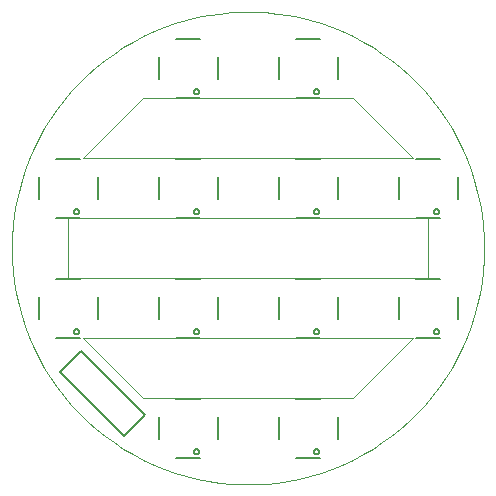
<source format=gto>
G75*
G70*
%OFA0B0*%
%FSLAX24Y24*%
%IPPOS*%
%LPD*%
%AMOC8*
5,1,8,0,0,1.08239X$1,22.5*
%
%ADD10C,0.0000*%
%ADD11C,0.0050*%
%ADD12C,0.0080*%
D10*
X004664Y003164D02*
X002664Y005164D01*
X013664Y005164D01*
X011664Y003164D01*
X004664Y003164D01*
X002164Y007164D02*
X002164Y009164D01*
X014164Y009164D01*
X014164Y007164D01*
X002164Y007164D01*
X002664Y011164D02*
X004664Y013164D01*
X011664Y013164D01*
X013664Y011164D01*
X002664Y011164D01*
X000290Y008164D02*
X000299Y007784D01*
X000327Y007404D01*
X000373Y007026D01*
X000437Y006651D01*
X000519Y006280D01*
X000619Y005912D01*
X000736Y005551D01*
X000871Y005195D01*
X001023Y004846D01*
X001192Y004505D01*
X001377Y004172D01*
X001578Y003849D01*
X001794Y003536D01*
X002025Y003233D01*
X002270Y002943D01*
X002529Y002664D01*
X002802Y002398D01*
X003087Y002146D01*
X003383Y001907D01*
X003691Y001684D01*
X004009Y001475D01*
X004337Y001282D01*
X004674Y001106D01*
X005019Y000945D01*
X005372Y000802D01*
X005731Y000675D01*
X006095Y000567D01*
X006465Y000476D01*
X006838Y000402D01*
X007215Y000347D01*
X007594Y000311D01*
X007974Y000292D01*
X008354Y000292D01*
X008734Y000311D01*
X009113Y000347D01*
X009490Y000402D01*
X009863Y000476D01*
X010233Y000567D01*
X010597Y000675D01*
X010956Y000802D01*
X011309Y000945D01*
X011654Y001106D01*
X011991Y001282D01*
X012319Y001475D01*
X012637Y001684D01*
X012945Y001907D01*
X013241Y002146D01*
X013526Y002398D01*
X013799Y002664D01*
X014058Y002943D01*
X014303Y003233D01*
X014534Y003536D01*
X014750Y003849D01*
X014951Y004172D01*
X015136Y004505D01*
X015305Y004846D01*
X015457Y005195D01*
X015592Y005551D01*
X015709Y005912D01*
X015809Y006280D01*
X015891Y006651D01*
X015955Y007026D01*
X016001Y007404D01*
X016029Y007784D01*
X016038Y008164D01*
X016029Y008544D01*
X016001Y008924D01*
X015955Y009302D01*
X015891Y009677D01*
X015809Y010048D01*
X015709Y010416D01*
X015592Y010777D01*
X015457Y011133D01*
X015305Y011482D01*
X015136Y011823D01*
X014951Y012156D01*
X014750Y012479D01*
X014534Y012792D01*
X014303Y013095D01*
X014058Y013385D01*
X013799Y013664D01*
X013526Y013930D01*
X013241Y014182D01*
X012945Y014421D01*
X012637Y014644D01*
X012319Y014853D01*
X011991Y015046D01*
X011654Y015222D01*
X011309Y015383D01*
X010956Y015526D01*
X010597Y015653D01*
X010233Y015761D01*
X009863Y015852D01*
X009490Y015926D01*
X009113Y015981D01*
X008734Y016017D01*
X008354Y016036D01*
X007974Y016036D01*
X007594Y016017D01*
X007215Y015981D01*
X006838Y015926D01*
X006465Y015852D01*
X006095Y015761D01*
X005731Y015653D01*
X005372Y015526D01*
X005019Y015383D01*
X004674Y015222D01*
X004337Y015046D01*
X004009Y014853D01*
X003691Y014644D01*
X003383Y014421D01*
X003087Y014182D01*
X002802Y013930D01*
X002529Y013664D01*
X002270Y013385D01*
X002025Y013095D01*
X001794Y012792D01*
X001578Y012479D01*
X001377Y012156D01*
X001192Y011823D01*
X001023Y011482D01*
X000871Y011133D01*
X000736Y010777D01*
X000619Y010416D01*
X000519Y010048D01*
X000437Y009677D01*
X000373Y009302D01*
X000327Y008924D01*
X000299Y008544D01*
X000290Y008164D01*
D11*
X001770Y009180D02*
X002557Y009180D01*
X002351Y009376D02*
X002353Y009394D01*
X002359Y009412D01*
X002368Y009428D01*
X002380Y009441D01*
X002395Y009452D01*
X002412Y009460D01*
X002430Y009464D01*
X002448Y009464D01*
X002466Y009460D01*
X002483Y009452D01*
X002498Y009441D01*
X002510Y009428D01*
X002519Y009412D01*
X002525Y009394D01*
X002527Y009376D01*
X002525Y009358D01*
X002519Y009340D01*
X002510Y009324D01*
X002498Y009311D01*
X002483Y009300D01*
X002466Y009292D01*
X002448Y009288D01*
X002430Y009288D01*
X002412Y009292D01*
X002395Y009300D01*
X002380Y009311D01*
X002368Y009324D01*
X002359Y009340D01*
X002353Y009358D01*
X002351Y009376D01*
X003148Y009809D02*
X003148Y010518D01*
X002557Y011148D02*
X001770Y011148D01*
X001180Y010518D02*
X001180Y010388D01*
X001180Y009939D01*
X001180Y009809D01*
X001770Y007148D02*
X002557Y007148D01*
X003148Y006518D02*
X003148Y005809D01*
X002557Y005180D02*
X001770Y005180D01*
X002351Y005376D02*
X002353Y005394D01*
X002359Y005412D01*
X002368Y005428D01*
X002380Y005441D01*
X002395Y005452D01*
X002412Y005460D01*
X002430Y005464D01*
X002448Y005464D01*
X002466Y005460D01*
X002483Y005452D01*
X002498Y005441D01*
X002510Y005428D01*
X002519Y005412D01*
X002525Y005394D01*
X002527Y005376D01*
X002525Y005358D01*
X002519Y005340D01*
X002510Y005324D01*
X002498Y005311D01*
X002483Y005300D01*
X002466Y005292D01*
X002448Y005288D01*
X002430Y005288D01*
X002412Y005292D01*
X002395Y005300D01*
X002380Y005311D01*
X002368Y005324D01*
X002359Y005340D01*
X002353Y005358D01*
X002351Y005376D01*
X001180Y005809D02*
X001180Y005939D01*
X001180Y006388D01*
X001180Y006518D01*
X005180Y006518D02*
X005180Y006388D01*
X005180Y005939D01*
X005180Y005809D01*
X005770Y005180D02*
X006557Y005180D01*
X006351Y005376D02*
X006353Y005394D01*
X006359Y005412D01*
X006368Y005428D01*
X006380Y005441D01*
X006395Y005452D01*
X006412Y005460D01*
X006430Y005464D01*
X006448Y005464D01*
X006466Y005460D01*
X006483Y005452D01*
X006498Y005441D01*
X006510Y005428D01*
X006519Y005412D01*
X006525Y005394D01*
X006527Y005376D01*
X006525Y005358D01*
X006519Y005340D01*
X006510Y005324D01*
X006498Y005311D01*
X006483Y005300D01*
X006466Y005292D01*
X006448Y005288D01*
X006430Y005288D01*
X006412Y005292D01*
X006395Y005300D01*
X006380Y005311D01*
X006368Y005324D01*
X006359Y005340D01*
X006353Y005358D01*
X006351Y005376D01*
X007148Y005809D02*
X007148Y006518D01*
X006557Y007148D02*
X005770Y007148D01*
X005770Y009180D02*
X006557Y009180D01*
X006351Y009376D02*
X006353Y009394D01*
X006359Y009412D01*
X006368Y009428D01*
X006380Y009441D01*
X006395Y009452D01*
X006412Y009460D01*
X006430Y009464D01*
X006448Y009464D01*
X006466Y009460D01*
X006483Y009452D01*
X006498Y009441D01*
X006510Y009428D01*
X006519Y009412D01*
X006525Y009394D01*
X006527Y009376D01*
X006525Y009358D01*
X006519Y009340D01*
X006510Y009324D01*
X006498Y009311D01*
X006483Y009300D01*
X006466Y009292D01*
X006448Y009288D01*
X006430Y009288D01*
X006412Y009292D01*
X006395Y009300D01*
X006380Y009311D01*
X006368Y009324D01*
X006359Y009340D01*
X006353Y009358D01*
X006351Y009376D01*
X007148Y009809D02*
X007148Y010518D01*
X006557Y011148D02*
X005770Y011148D01*
X005180Y010518D02*
X005180Y010388D01*
X005180Y009939D01*
X005180Y009809D01*
X005770Y013180D02*
X006557Y013180D01*
X006351Y013376D02*
X006353Y013394D01*
X006359Y013412D01*
X006368Y013428D01*
X006380Y013441D01*
X006395Y013452D01*
X006412Y013460D01*
X006430Y013464D01*
X006448Y013464D01*
X006466Y013460D01*
X006483Y013452D01*
X006498Y013441D01*
X006510Y013428D01*
X006519Y013412D01*
X006525Y013394D01*
X006527Y013376D01*
X006525Y013358D01*
X006519Y013340D01*
X006510Y013324D01*
X006498Y013311D01*
X006483Y013300D01*
X006466Y013292D01*
X006448Y013288D01*
X006430Y013288D01*
X006412Y013292D01*
X006395Y013300D01*
X006380Y013311D01*
X006368Y013324D01*
X006359Y013340D01*
X006353Y013358D01*
X006351Y013376D01*
X007148Y013809D02*
X007148Y014518D01*
X006557Y015148D02*
X005770Y015148D01*
X005180Y014518D02*
X005180Y014388D01*
X005180Y013939D01*
X005180Y013809D01*
X009180Y013809D02*
X009180Y013939D01*
X009180Y014388D01*
X009180Y014518D01*
X009770Y015148D02*
X010557Y015148D01*
X011148Y014518D02*
X011148Y013809D01*
X010557Y013180D02*
X009770Y013180D01*
X010351Y013376D02*
X010353Y013394D01*
X010359Y013412D01*
X010368Y013428D01*
X010380Y013441D01*
X010395Y013452D01*
X010412Y013460D01*
X010430Y013464D01*
X010448Y013464D01*
X010466Y013460D01*
X010483Y013452D01*
X010498Y013441D01*
X010510Y013428D01*
X010519Y013412D01*
X010525Y013394D01*
X010527Y013376D01*
X010525Y013358D01*
X010519Y013340D01*
X010510Y013324D01*
X010498Y013311D01*
X010483Y013300D01*
X010466Y013292D01*
X010448Y013288D01*
X010430Y013288D01*
X010412Y013292D01*
X010395Y013300D01*
X010380Y013311D01*
X010368Y013324D01*
X010359Y013340D01*
X010353Y013358D01*
X010351Y013376D01*
X010557Y011148D02*
X009770Y011148D01*
X009180Y010518D02*
X009180Y010388D01*
X009180Y009939D01*
X009180Y009809D01*
X009770Y009180D02*
X010557Y009180D01*
X010351Y009376D02*
X010353Y009394D01*
X010359Y009412D01*
X010368Y009428D01*
X010380Y009441D01*
X010395Y009452D01*
X010412Y009460D01*
X010430Y009464D01*
X010448Y009464D01*
X010466Y009460D01*
X010483Y009452D01*
X010498Y009441D01*
X010510Y009428D01*
X010519Y009412D01*
X010525Y009394D01*
X010527Y009376D01*
X010525Y009358D01*
X010519Y009340D01*
X010510Y009324D01*
X010498Y009311D01*
X010483Y009300D01*
X010466Y009292D01*
X010448Y009288D01*
X010430Y009288D01*
X010412Y009292D01*
X010395Y009300D01*
X010380Y009311D01*
X010368Y009324D01*
X010359Y009340D01*
X010353Y009358D01*
X010351Y009376D01*
X011148Y009809D02*
X011148Y010518D01*
X013180Y010518D02*
X013180Y010388D01*
X013180Y009939D01*
X013180Y009809D01*
X013770Y009180D02*
X014557Y009180D01*
X014351Y009376D02*
X014353Y009394D01*
X014359Y009412D01*
X014368Y009428D01*
X014380Y009441D01*
X014395Y009452D01*
X014412Y009460D01*
X014430Y009464D01*
X014448Y009464D01*
X014466Y009460D01*
X014483Y009452D01*
X014498Y009441D01*
X014510Y009428D01*
X014519Y009412D01*
X014525Y009394D01*
X014527Y009376D01*
X014525Y009358D01*
X014519Y009340D01*
X014510Y009324D01*
X014498Y009311D01*
X014483Y009300D01*
X014466Y009292D01*
X014448Y009288D01*
X014430Y009288D01*
X014412Y009292D01*
X014395Y009300D01*
X014380Y009311D01*
X014368Y009324D01*
X014359Y009340D01*
X014353Y009358D01*
X014351Y009376D01*
X015148Y009809D02*
X015148Y010518D01*
X014557Y011148D02*
X013770Y011148D01*
X013770Y007148D02*
X014557Y007148D01*
X015148Y006518D02*
X015148Y005809D01*
X014351Y005376D02*
X014353Y005394D01*
X014359Y005412D01*
X014368Y005428D01*
X014380Y005441D01*
X014395Y005452D01*
X014412Y005460D01*
X014430Y005464D01*
X014448Y005464D01*
X014466Y005460D01*
X014483Y005452D01*
X014498Y005441D01*
X014510Y005428D01*
X014519Y005412D01*
X014525Y005394D01*
X014527Y005376D01*
X014525Y005358D01*
X014519Y005340D01*
X014510Y005324D01*
X014498Y005311D01*
X014483Y005300D01*
X014466Y005292D01*
X014448Y005288D01*
X014430Y005288D01*
X014412Y005292D01*
X014395Y005300D01*
X014380Y005311D01*
X014368Y005324D01*
X014359Y005340D01*
X014353Y005358D01*
X014351Y005376D01*
X014557Y005180D02*
X013770Y005180D01*
X013180Y005809D02*
X013180Y005939D01*
X013180Y006388D01*
X013180Y006518D01*
X011148Y006518D02*
X011148Y005809D01*
X010557Y005180D02*
X009770Y005180D01*
X010351Y005376D02*
X010353Y005394D01*
X010359Y005412D01*
X010368Y005428D01*
X010380Y005441D01*
X010395Y005452D01*
X010412Y005460D01*
X010430Y005464D01*
X010448Y005464D01*
X010466Y005460D01*
X010483Y005452D01*
X010498Y005441D01*
X010510Y005428D01*
X010519Y005412D01*
X010525Y005394D01*
X010527Y005376D01*
X010525Y005358D01*
X010519Y005340D01*
X010510Y005324D01*
X010498Y005311D01*
X010483Y005300D01*
X010466Y005292D01*
X010448Y005288D01*
X010430Y005288D01*
X010412Y005292D01*
X010395Y005300D01*
X010380Y005311D01*
X010368Y005324D01*
X010359Y005340D01*
X010353Y005358D01*
X010351Y005376D01*
X009180Y005809D02*
X009180Y005939D01*
X009180Y006388D01*
X009180Y006518D01*
X009770Y007148D02*
X010557Y007148D01*
X010557Y003148D02*
X009770Y003148D01*
X009180Y002518D02*
X009180Y002388D01*
X009180Y001939D01*
X009180Y001809D01*
X009770Y001180D02*
X010557Y001180D01*
X010351Y001376D02*
X010353Y001394D01*
X010359Y001412D01*
X010368Y001428D01*
X010380Y001441D01*
X010395Y001452D01*
X010412Y001460D01*
X010430Y001464D01*
X010448Y001464D01*
X010466Y001460D01*
X010483Y001452D01*
X010498Y001441D01*
X010510Y001428D01*
X010519Y001412D01*
X010525Y001394D01*
X010527Y001376D01*
X010525Y001358D01*
X010519Y001340D01*
X010510Y001324D01*
X010498Y001311D01*
X010483Y001300D01*
X010466Y001292D01*
X010448Y001288D01*
X010430Y001288D01*
X010412Y001292D01*
X010395Y001300D01*
X010380Y001311D01*
X010368Y001324D01*
X010359Y001340D01*
X010353Y001358D01*
X010351Y001376D01*
X011148Y001809D02*
X011148Y002518D01*
X007148Y002518D02*
X007148Y001809D01*
X006351Y001376D02*
X006353Y001394D01*
X006359Y001412D01*
X006368Y001428D01*
X006380Y001441D01*
X006395Y001452D01*
X006412Y001460D01*
X006430Y001464D01*
X006448Y001464D01*
X006466Y001460D01*
X006483Y001452D01*
X006498Y001441D01*
X006510Y001428D01*
X006519Y001412D01*
X006525Y001394D01*
X006527Y001376D01*
X006525Y001358D01*
X006519Y001340D01*
X006510Y001324D01*
X006498Y001311D01*
X006483Y001300D01*
X006466Y001292D01*
X006448Y001288D01*
X006430Y001288D01*
X006412Y001292D01*
X006395Y001300D01*
X006380Y001311D01*
X006368Y001324D01*
X006359Y001340D01*
X006353Y001358D01*
X006351Y001376D01*
X006557Y001180D02*
X005770Y001180D01*
X005180Y001809D02*
X005180Y001939D01*
X005180Y002388D01*
X005180Y002518D01*
X005770Y003148D02*
X006557Y003148D01*
D12*
X004017Y001896D02*
X001896Y004017D01*
X002603Y004724D01*
X004724Y002603D01*
X004017Y001896D01*
M02*

</source>
